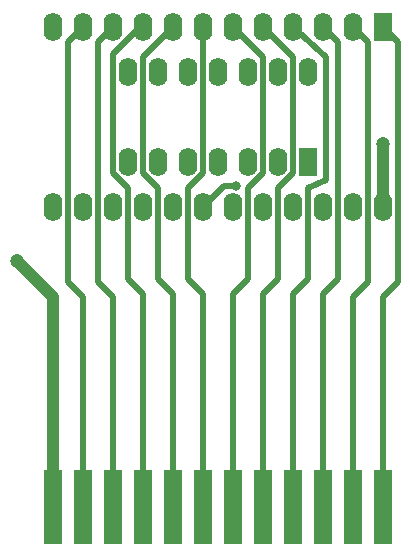
<source format=gbr>
%TF.GenerationSoftware,KiCad,Pcbnew,(5.1.6-0-10_14)*%
%TF.CreationDate,2020-09-23T23:55:55+02:00*%
%TF.ProjectId,a2k6-cart,61326b36-2d63-4617-9274-2e6b69636164,rev?*%
%TF.SameCoordinates,Original*%
%TF.FileFunction,Copper,L2,Bot*%
%TF.FilePolarity,Positive*%
%FSLAX46Y46*%
G04 Gerber Fmt 4.6, Leading zero omitted, Abs format (unit mm)*
G04 Created by KiCad (PCBNEW (5.1.6-0-10_14)) date 2020-09-23 23:55:55*
%MOMM*%
%LPD*%
G01*
G04 APERTURE LIST*
%TA.AperFunction,ComponentPad*%
%ADD10O,1.600000X2.400000*%
%TD*%
%TA.AperFunction,ComponentPad*%
%ADD11R,1.600000X2.400000*%
%TD*%
%TA.AperFunction,ConnectorPad*%
%ADD12R,1.524000X6.350000*%
%TD*%
%TA.AperFunction,ViaPad*%
%ADD13C,1.200000*%
%TD*%
%TA.AperFunction,ViaPad*%
%ADD14C,0.800000*%
%TD*%
%TA.AperFunction,Conductor*%
%ADD15C,1.000000*%
%TD*%
%TA.AperFunction,Conductor*%
%ADD16C,0.500000*%
%TD*%
G04 APERTURE END LIST*
D10*
%TO.P,U2,14*%
%TO.N,+5V*%
X160274000Y-81026000D03*
%TO.P,U2,7*%
%TO.N,GND*%
X145034000Y-88646000D03*
%TO.P,U2,13*%
%TO.N,N/C*%
X157734000Y-81026000D03*
%TO.P,U2,6*%
X147574000Y-88646000D03*
%TO.P,U2,12*%
X155194000Y-81026000D03*
%TO.P,U2,5*%
X150114000Y-88646000D03*
%TO.P,U2,11*%
X152654000Y-81026000D03*
%TO.P,U2,4*%
X152654000Y-88646000D03*
%TO.P,U2,10*%
X150114000Y-81026000D03*
%TO.P,U2,3*%
X155194000Y-88646000D03*
%TO.P,U2,9*%
X147574000Y-81026000D03*
%TO.P,U2,2*%
%TO.N,Net-(U1-Pad18)*%
X157734000Y-88646000D03*
%TO.P,U2,8*%
%TO.N,N/C*%
X145034000Y-81026000D03*
D11*
%TO.P,U2,1*%
%TO.N,Net-(J1-PadA12)*%
X160274000Y-88646000D03*
%TD*%
D10*
%TO.P,U1,24*%
%TO.N,+5V*%
X166624000Y-92456000D03*
%TO.P,U1,12*%
%TO.N,GND*%
X138684000Y-77216000D03*
%TO.P,U1,23*%
%TO.N,Net-(J1-PadA8)*%
X164084000Y-92456000D03*
%TO.P,U1,11*%
%TO.N,D2*%
X141224000Y-77216000D03*
%TO.P,U1,22*%
%TO.N,Net-(J1-PadA9)*%
X161544000Y-92456000D03*
%TO.P,U1,10*%
%TO.N,D1*%
X143764000Y-77216000D03*
%TO.P,U1,21*%
%TO.N,Net-(J1-PadA11)*%
X159004000Y-92456000D03*
%TO.P,U1,9*%
%TO.N,D0*%
X146304000Y-77216000D03*
%TO.P,U1,20*%
%TO.N,GND*%
X156464000Y-92456000D03*
%TO.P,U1,8*%
%TO.N,Net-(J1-PadA0)*%
X148844000Y-77216000D03*
%TO.P,U1,19*%
%TO.N,Net-(J1-PadA10)*%
X153924000Y-92456000D03*
%TO.P,U1,7*%
%TO.N,Net-(J1-PadA1)*%
X151384000Y-77216000D03*
%TO.P,U1,18*%
%TO.N,Net-(U1-Pad18)*%
X151384000Y-92456000D03*
%TO.P,U1,6*%
%TO.N,Net-(J1-PadA2)*%
X153924000Y-77216000D03*
%TO.P,U1,17*%
%TO.N,D7*%
X148844000Y-92456000D03*
%TO.P,U1,5*%
%TO.N,Net-(J1-PadA3)*%
X156464000Y-77216000D03*
%TO.P,U1,16*%
%TO.N,D6*%
X146304000Y-92456000D03*
%TO.P,U1,4*%
%TO.N,Net-(J1-PadA4)*%
X159004000Y-77216000D03*
%TO.P,U1,15*%
%TO.N,D5*%
X143764000Y-92456000D03*
%TO.P,U1,3*%
%TO.N,Net-(J1-PadA5)*%
X161544000Y-77216000D03*
%TO.P,U1,14*%
%TO.N,D4*%
X141224000Y-92456000D03*
%TO.P,U1,2*%
%TO.N,Net-(J1-PadA6)*%
X164084000Y-77216000D03*
%TO.P,U1,13*%
%TO.N,D3*%
X138684000Y-92456000D03*
D11*
%TO.P,U1,1*%
%TO.N,Net-(J1-PadA7)*%
X166624000Y-77216000D03*
%TD*%
D12*
%TO.P,J1,A7*%
%TO.N,Net-(J1-PadA7)*%
X166624000Y-117856000D03*
%TO.P,J1,A2*%
%TO.N,Net-(J1-PadA2)*%
X153924000Y-117856000D03*
%TO.P,J1,A0*%
%TO.N,Net-(J1-PadA0)*%
X148844000Y-117856000D03*
%TO.P,J1,D0*%
%TO.N,D0*%
X146304000Y-117856000D03*
%TO.P,J1,A5*%
%TO.N,Net-(J1-PadA5)*%
X161544000Y-117856000D03*
%TO.P,J1,GND*%
%TO.N,GND*%
X138684000Y-117856000D03*
%TO.P,J1,D2*%
%TO.N,D2*%
X141224000Y-117856000D03*
%TO.P,J1,A1*%
%TO.N,Net-(J1-PadA1)*%
X151384000Y-117856000D03*
%TO.P,J1,A4*%
%TO.N,Net-(J1-PadA4)*%
X159004000Y-117856000D03*
%TO.P,J1,A6*%
%TO.N,Net-(J1-PadA6)*%
X164084000Y-117856000D03*
%TO.P,J1,D1*%
%TO.N,D1*%
X143764000Y-117856000D03*
%TO.P,J1,A3*%
%TO.N,Net-(J1-PadA3)*%
X156464000Y-117856000D03*
%TD*%
D13*
%TO.N,+5V*%
X166624000Y-87122000D03*
%TO.N,GND*%
X135636000Y-97028000D03*
D14*
%TO.N,Net-(U1-Pad18)*%
X154178000Y-90678000D03*
%TD*%
D15*
%TO.N,+5V*%
X166624000Y-92456000D02*
X166624000Y-87122000D01*
%TO.N,GND*%
X138684000Y-100076000D02*
X135636000Y-97028000D01*
X138684000Y-117856000D02*
X138684000Y-100076000D01*
D16*
%TO.N,Net-(J1-PadA3)*%
X156464000Y-117856000D02*
X156464000Y-99822000D01*
X158984010Y-79736010D02*
X156464000Y-77216000D01*
X157714010Y-90833771D02*
X158984010Y-89563771D01*
X157714010Y-98571990D02*
X157714010Y-90833771D01*
X158984010Y-89563771D02*
X158984010Y-79736010D01*
X156464000Y-99822000D02*
X157714010Y-98571990D01*
%TO.N,D1*%
X143764000Y-117856000D02*
X143764000Y-100076000D01*
X142513990Y-78466010D02*
X143764000Y-77216000D01*
X142513990Y-98825990D02*
X142513990Y-78466010D01*
X143764000Y-100076000D02*
X142513990Y-98825990D01*
%TO.N,Net-(J1-PadA6)*%
X164084000Y-117856000D02*
X164084000Y-100076000D01*
X165334010Y-98825990D02*
X165334010Y-78466010D01*
X165334010Y-78466010D02*
X164084000Y-77216000D01*
X164084000Y-100076000D02*
X165334010Y-98825990D01*
%TO.N,Net-(J1-PadA4)*%
X160254010Y-90833771D02*
X161798000Y-90170000D01*
X160254010Y-98571990D02*
X160254010Y-90833771D01*
X159004000Y-99822000D02*
X160254010Y-98571990D01*
X159004000Y-117856000D02*
X159004000Y-99822000D01*
X161798000Y-90170000D02*
X161798000Y-79736010D01*
X161798000Y-79756000D02*
X159004000Y-77216000D01*
%TO.N,Net-(J1-PadA1)*%
X151384000Y-117856000D02*
X151384000Y-99822000D01*
X150133990Y-90793791D02*
X151384000Y-89543781D01*
X150133990Y-98571990D02*
X150133990Y-90793791D01*
X151384000Y-89543781D02*
X151384000Y-77216000D01*
X151384000Y-99822000D02*
X150133990Y-98571990D01*
%TO.N,D2*%
X141224000Y-117856000D02*
X141224000Y-100076000D01*
X139973990Y-78466010D02*
X141224000Y-77216000D01*
X139973990Y-98825990D02*
X139973990Y-78466010D01*
X141224000Y-100076000D02*
X139973990Y-98825990D01*
%TO.N,Net-(J1-PadA5)*%
X161544000Y-117856000D02*
X161544000Y-99822000D01*
X162794010Y-78466010D02*
X161544000Y-77216000D01*
X162794010Y-98571990D02*
X162794010Y-78466010D01*
X161544000Y-99822000D02*
X162794010Y-98571990D01*
%TO.N,D0*%
X146304000Y-117856000D02*
X146304000Y-99822000D01*
X146033998Y-77216000D02*
X146304000Y-77216000D01*
X143783999Y-79465999D02*
X146033998Y-77216000D01*
X143783999Y-89563780D02*
X143783999Y-79465999D01*
X145053990Y-98571990D02*
X145053990Y-90833771D01*
X145053990Y-90833771D02*
X143783999Y-89563780D01*
X146304000Y-99822000D02*
X145053990Y-98571990D01*
%TO.N,Net-(J1-PadA0)*%
X148844000Y-117856000D02*
X148844000Y-99822000D01*
X146323990Y-89563771D02*
X146323990Y-79736010D01*
X147593990Y-90833771D02*
X146323990Y-89563771D01*
X146323990Y-79736010D02*
X148844000Y-77216000D01*
X147593990Y-98571990D02*
X147593990Y-90833771D01*
X148844000Y-99822000D02*
X147593990Y-98571990D01*
%TO.N,Net-(J1-PadA2)*%
X153924000Y-117856000D02*
X153924000Y-99822000D01*
X156444010Y-79736010D02*
X153924000Y-77216000D01*
X156444010Y-89563771D02*
X156444010Y-79736010D01*
X155174010Y-90833771D02*
X156444010Y-89563771D01*
X155174010Y-98571990D02*
X155174010Y-90833771D01*
X153924000Y-99822000D02*
X155174010Y-98571990D01*
%TO.N,Net-(J1-PadA7)*%
X166624000Y-117856000D02*
X166624000Y-100076000D01*
X167874010Y-78466010D02*
X166624000Y-77216000D01*
X167874010Y-98825990D02*
X167874010Y-78466010D01*
X166624000Y-100076000D02*
X167874010Y-98825990D01*
%TO.N,Net-(U1-Pad18)*%
X151384000Y-92083781D02*
X151384000Y-92456000D01*
X153162000Y-90678000D02*
X151384000Y-92456000D01*
X154178000Y-90678000D02*
X153162000Y-90678000D01*
%TD*%
M02*

</source>
